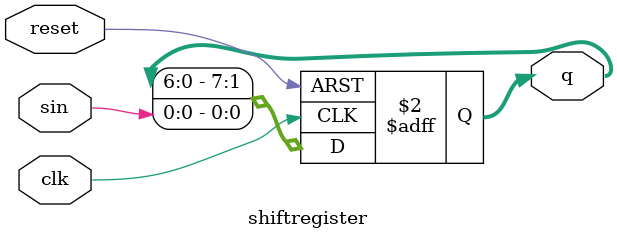
<source format=sv>
module shiftregister  #(parameter N = 8)
			(input logic clk,
			 input logic reset,
			 input logic sin,
			 output logic [N-1:0]q);
			 
always_ff@(posedge clk, posedge reset)
	if(reset)
		q<=0;
	else 
		q<= {q[N-2:0], sin};
		
endmodule
</source>
